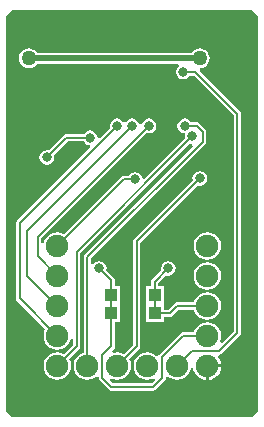
<source format=gbl>
%FSLAX25Y25*%
%MOIN*%
G70*
G01*
G75*
G04 Layer_Physical_Order=2*
G04 Layer_Color=16711680*
%ADD10R,0.07087X0.07480*%
%ADD11R,0.01575X0.05512*%
%ADD12R,0.09055X0.07480*%
%ADD13R,0.05118X0.05118*%
%ADD14R,0.05118X0.05118*%
%ADD15O,0.02362X0.09055*%
%ADD16R,0.03150X0.03150*%
%ADD17R,0.03150X0.03150*%
%ADD18R,0.01181X0.06299*%
%ADD19C,0.00800*%
%ADD20C,0.02000*%
%ADD21C,0.07500*%
%ADD22C,0.03200*%
%ADD23C,0.05000*%
%ADD24R,0.04400X0.04400*%
G36*
X319500Y491500D02*
Y360000D01*
X317500Y358000D01*
X237500D01*
X235500Y360000D01*
Y491500D01*
X237500Y493500D01*
X317500D01*
X319500Y491500D01*
D02*
G37*
%LPC*%
G36*
X302500Y409589D02*
X301312Y409433D01*
X300205Y408974D01*
X299255Y408245D01*
X298526Y407295D01*
X298067Y406188D01*
X297911Y405000D01*
X298067Y403812D01*
X298526Y402705D01*
X299255Y401755D01*
X300205Y401026D01*
X301312Y400567D01*
X302500Y400411D01*
X303688Y400567D01*
X304795Y401026D01*
X305745Y401755D01*
X306474Y402705D01*
X306933Y403812D01*
X307089Y405000D01*
X306933Y406188D01*
X306474Y407295D01*
X305745Y408245D01*
X304795Y408974D01*
X303688Y409433D01*
X302500Y409589D01*
D02*
G37*
G36*
X307225Y374500D02*
X303000D01*
Y370275D01*
X303740Y370372D01*
X304895Y370851D01*
X305888Y371612D01*
X306649Y372604D01*
X307128Y373760D01*
X307225Y374500D01*
D02*
G37*
G36*
X300000Y480829D02*
X299138Y480715D01*
X298336Y480382D01*
X297646Y479854D01*
X297249Y479335D01*
X245751D01*
X245354Y479854D01*
X244664Y480382D01*
X243862Y480715D01*
X243000Y480829D01*
X242139Y480715D01*
X241336Y480382D01*
X240646Y479854D01*
X240118Y479164D01*
X239785Y478362D01*
X239671Y477500D01*
X239785Y476639D01*
X240118Y475836D01*
X240646Y475146D01*
X241336Y474617D01*
X242139Y474285D01*
X243000Y474171D01*
X243862Y474285D01*
X244664Y474617D01*
X245354Y475146D01*
X245751Y475665D01*
X292728D01*
X292971Y474865D01*
X292770Y474730D01*
X292239Y473936D01*
X292053Y473000D01*
X292239Y472064D01*
X292770Y471270D01*
X293564Y470739D01*
X294500Y470553D01*
X295436Y470739D01*
X296230Y471270D01*
X296569Y471776D01*
X297993D01*
X311277Y458493D01*
Y386507D01*
X307245Y382475D01*
X306567Y382928D01*
X306933Y383812D01*
X307089Y385000D01*
X306933Y386188D01*
X306474Y387295D01*
X305745Y388245D01*
X304795Y388974D01*
X303688Y389433D01*
X302500Y389589D01*
X301312Y389433D01*
X300205Y388974D01*
X299255Y388245D01*
X298526Y387295D01*
X298082Y386224D01*
X294500D01*
X294032Y386130D01*
X293873Y386024D01*
X293635Y385865D01*
X286585Y378815D01*
X286460Y378628D01*
X286288Y378536D01*
X285747Y378426D01*
X285506Y378429D01*
X284795Y378974D01*
X283688Y379433D01*
X282500Y379589D01*
X281312Y379433D01*
X280205Y378974D01*
X279255Y378245D01*
X278526Y377295D01*
X278067Y376188D01*
X277911Y375000D01*
X278067Y373812D01*
X278526Y372705D01*
X279255Y371755D01*
X280205Y371026D01*
X281312Y370567D01*
X282500Y370411D01*
X283688Y370567D01*
X284572Y370933D01*
X285025Y370255D01*
X283993Y369223D01*
X271007D01*
X269975Y370255D01*
X270428Y370933D01*
X271312Y370567D01*
X272500Y370411D01*
X273688Y370567D01*
X274795Y371026D01*
X275745Y371755D01*
X276474Y372705D01*
X276933Y373812D01*
X277089Y375000D01*
X276933Y376188D01*
X276489Y377259D01*
X279865Y380635D01*
X280130Y381032D01*
X280223Y381500D01*
Y415993D01*
X299402Y435172D01*
X300000Y435053D01*
X300936Y435239D01*
X301730Y435770D01*
X302261Y436564D01*
X302447Y437500D01*
X302261Y438436D01*
X301730Y439230D01*
X300936Y439761D01*
X300000Y439947D01*
X299064Y439761D01*
X298270Y439230D01*
X297739Y438436D01*
X297553Y437500D01*
X297672Y436902D01*
X278135Y417365D01*
X277870Y416968D01*
X277777Y416500D01*
Y382007D01*
X274759Y378989D01*
X273688Y379433D01*
X272500Y379589D01*
X271312Y379433D01*
X271282Y379420D01*
X270829Y380099D01*
X271365Y380635D01*
X271630Y381032D01*
X271724Y381500D01*
Y389500D01*
X273500D01*
Y395500D01*
Y401500D01*
X271724D01*
Y403500D01*
X271630Y403968D01*
X271365Y404365D01*
X268828Y406902D01*
X268947Y407500D01*
X268761Y408436D01*
X268230Y409230D01*
X267436Y409761D01*
X266500Y409947D01*
X265564Y409761D01*
X264770Y409230D01*
X264524Y408862D01*
X263723Y409104D01*
Y410761D01*
X301865Y448902D01*
X302130Y449299D01*
X302223Y449767D01*
Y453000D01*
X302130Y453468D01*
X301865Y453865D01*
X299865Y455865D01*
X299468Y456130D01*
X299000Y456223D01*
X297069D01*
X296730Y456730D01*
X295936Y457261D01*
X295000Y457447D01*
X294064Y457261D01*
X293270Y456730D01*
X292739Y455936D01*
X292553Y455000D01*
X292739Y454064D01*
X293270Y453270D01*
X294064Y452739D01*
X294528Y452647D01*
X295007Y452505D01*
X295108Y451778D01*
X295053Y451500D01*
X295172Y450902D01*
X281707Y437437D01*
X280839Y437701D01*
X280761Y438094D01*
X280230Y438888D01*
X279436Y439418D01*
X278500Y439605D01*
X277564Y439418D01*
X276770Y438888D01*
X276431Y438381D01*
X274658D01*
X274189Y438288D01*
X273792Y438023D01*
X254759Y418989D01*
X253688Y419433D01*
X252500Y419589D01*
X251312Y419433D01*
X250205Y418974D01*
X249255Y418245D01*
X248526Y417295D01*
X248067Y416188D01*
X248024Y415857D01*
X247223Y415909D01*
Y417493D01*
X282402Y452672D01*
X283000Y452553D01*
X283936Y452739D01*
X284730Y453270D01*
X285261Y454064D01*
X285447Y455000D01*
X285261Y455936D01*
X284730Y456730D01*
X283936Y457261D01*
X283000Y457447D01*
X282064Y457261D01*
X281270Y456730D01*
X280739Y455936D01*
X280658Y455527D01*
X279842D01*
X279761Y455936D01*
X279230Y456730D01*
X278436Y457261D01*
X277500Y457447D01*
X276564Y457261D01*
X275770Y456730D01*
X275451Y456254D01*
X274549D01*
X274230Y456730D01*
X273436Y457261D01*
X272500Y457447D01*
X271564Y457261D01*
X270770Y456730D01*
X270239Y455936D01*
X270053Y455000D01*
X270172Y454402D01*
X266712Y450942D01*
X266598Y450951D01*
X265896Y451258D01*
X265761Y451936D01*
X265230Y452730D01*
X264436Y453261D01*
X263500Y453447D01*
X262564Y453261D01*
X261770Y452730D01*
X261431Y452223D01*
X255500D01*
X255032Y452130D01*
X254635Y451865D01*
X249598Y446828D01*
X249000Y446947D01*
X248064Y446761D01*
X247270Y446230D01*
X246739Y445436D01*
X246553Y444500D01*
X246739Y443564D01*
X247270Y442770D01*
X248064Y442239D01*
X249000Y442053D01*
X249936Y442239D01*
X250730Y442770D01*
X251261Y443564D01*
X251447Y444500D01*
X251328Y445098D01*
X256007Y449777D01*
X261431D01*
X261770Y449270D01*
X262564Y448739D01*
X263243Y448604D01*
X263549Y447902D01*
X263558Y447788D01*
X239135Y423365D01*
X238870Y422968D01*
X238776Y422500D01*
Y397500D01*
X238870Y397032D01*
X239135Y396635D01*
X248511Y387259D01*
X248067Y386188D01*
X247911Y385000D01*
X248067Y383812D01*
X248526Y382705D01*
X249255Y381755D01*
X250205Y381026D01*
X251312Y380567D01*
X252500Y380411D01*
X253688Y380567D01*
X254795Y381026D01*
X255745Y381755D01*
X256474Y382705D01*
X256933Y383812D01*
X256977Y384143D01*
X257776Y384091D01*
Y382007D01*
X254759Y378989D01*
X253688Y379433D01*
X252500Y379589D01*
X251312Y379433D01*
X250205Y378974D01*
X249255Y378245D01*
X248526Y377295D01*
X248067Y376188D01*
X247911Y375000D01*
X248067Y373812D01*
X248526Y372705D01*
X249255Y371755D01*
X250205Y371026D01*
X251312Y370567D01*
X252500Y370411D01*
X253688Y370567D01*
X254795Y371026D01*
X255745Y371755D01*
X256474Y372705D01*
X256933Y373812D01*
X257089Y375000D01*
X256933Y376188D01*
X256489Y377259D01*
X259865Y380635D01*
X260130Y381032D01*
X260224Y381500D01*
Y412493D01*
X296703Y448972D01*
X297302Y448891D01*
X297600Y448098D01*
X261635Y412133D01*
X261370Y411736D01*
X261277Y411267D01*
Y379418D01*
X260205Y378974D01*
X259255Y378245D01*
X258526Y377295D01*
X258067Y376188D01*
X257911Y375000D01*
X258067Y373812D01*
X258526Y372705D01*
X259255Y371755D01*
X260205Y371026D01*
X261312Y370567D01*
X262500Y370411D01*
X263688Y370567D01*
X264795Y371026D01*
X265476Y371549D01*
X266277Y371197D01*
Y371000D01*
X266370Y370532D01*
X266635Y370135D01*
X269635Y367135D01*
X270032Y366870D01*
X270500Y366776D01*
X284500D01*
X284968Y366870D01*
X285365Y367135D01*
X288315Y370085D01*
X288580Y370482D01*
X288673Y370950D01*
Y371284D01*
X289474Y371587D01*
X290205Y371026D01*
X291312Y370567D01*
X292500Y370411D01*
X293688Y370567D01*
X294795Y371026D01*
X295745Y371755D01*
X296474Y372705D01*
X296933Y373812D01*
X296996Y374289D01*
X297803D01*
X297872Y373760D01*
X298351Y372604D01*
X299112Y371612D01*
X300104Y370851D01*
X301260Y370372D01*
X302000Y370275D01*
Y375000D01*
X302500D01*
Y375500D01*
X307225D01*
X307128Y376240D01*
X306649Y377396D01*
X306203Y377976D01*
X306415Y378546D01*
X306585Y378793D01*
X306968Y378870D01*
X307365Y379135D01*
X313365Y385135D01*
X313630Y385532D01*
X313723Y386000D01*
Y459000D01*
X313630Y459468D01*
X313365Y459865D01*
X299845Y473385D01*
X299917Y473749D01*
X300168Y474194D01*
X300862Y474285D01*
X301664Y474617D01*
X302354Y475146D01*
X302883Y475836D01*
X303215Y476639D01*
X303328Y477500D01*
X303215Y478362D01*
X302883Y479164D01*
X302354Y479854D01*
X301664Y480382D01*
X300862Y480715D01*
X300000Y480829D01*
D02*
G37*
G36*
X302500Y419589D02*
X301312Y419433D01*
X300205Y418974D01*
X299255Y418245D01*
X298526Y417295D01*
X298067Y416188D01*
X297911Y415000D01*
X298067Y413812D01*
X298526Y412705D01*
X299255Y411755D01*
X300205Y411026D01*
X301312Y410567D01*
X302500Y410411D01*
X303688Y410567D01*
X304795Y411026D01*
X305745Y411755D01*
X306474Y412705D01*
X306933Y413812D01*
X307089Y415000D01*
X306933Y416188D01*
X306474Y417295D01*
X305745Y418245D01*
X304795Y418974D01*
X303688Y419433D01*
X302500Y419589D01*
D02*
G37*
G36*
X289500Y409947D02*
X288564Y409761D01*
X287770Y409230D01*
X287239Y408436D01*
X287053Y407500D01*
X287172Y406902D01*
X284135Y403865D01*
X283870Y403468D01*
X283776Y403000D01*
Y401500D01*
X282000D01*
Y395500D01*
Y389500D01*
X288000D01*
Y391277D01*
X290000D01*
X290468Y391370D01*
X290865Y391635D01*
X293007Y393776D01*
X298082D01*
X298526Y392705D01*
X299255Y391755D01*
X300205Y391026D01*
X301312Y390567D01*
X302500Y390411D01*
X303688Y390567D01*
X304795Y391026D01*
X305745Y391755D01*
X306474Y392705D01*
X306933Y393812D01*
X307089Y395000D01*
X306933Y396188D01*
X306474Y397295D01*
X305745Y398245D01*
X304795Y398974D01*
X303688Y399433D01*
X302500Y399589D01*
X301312Y399433D01*
X300205Y398974D01*
X299255Y398245D01*
X298526Y397295D01*
X298082Y396223D01*
X292500D01*
X292032Y396130D01*
X291635Y395865D01*
X289493Y393724D01*
X288000D01*
Y395500D01*
Y401500D01*
X286224D01*
Y402493D01*
X288902Y405172D01*
X289500Y405053D01*
X290436Y405239D01*
X291230Y405770D01*
X291761Y406564D01*
X291947Y407500D01*
X291761Y408436D01*
X291230Y409230D01*
X290436Y409761D01*
X289500Y409947D01*
D02*
G37*
%LPD*%
D19*
X255500Y451000D02*
X263500D01*
X240000Y422500D02*
X272500Y455000D01*
X294500Y473000D02*
X298500D01*
X294500Y385000D02*
X302500D01*
X287450Y377950D02*
X294500Y385000D01*
X287450Y370950D02*
Y377950D01*
X298500Y473000D02*
X312500Y459000D01*
X292500Y375000D02*
X297500Y380000D01*
X279000Y416500D02*
X300000Y437500D01*
X272500Y375000D02*
X279000Y381500D01*
X240000Y397500D02*
X252500Y385000D01*
X240000Y397500D02*
Y422500D01*
X242500Y405000D02*
X252500Y395000D01*
X246000Y411500D02*
X252500Y405000D01*
X274658Y437157D02*
X278500D01*
X252500Y415000D02*
X274658Y437157D01*
X252500Y375000D02*
X259000Y381500D01*
Y413000D01*
X242500Y405000D02*
Y420000D01*
X277500Y455000D01*
X246000Y411500D02*
Y418000D01*
X283000Y455000D01*
X262500Y375000D02*
Y411267D01*
X259000Y413000D02*
X297500Y451500D01*
X262500Y411267D02*
X301000Y449767D01*
X299000Y455000D02*
X301000Y453000D01*
Y449767D02*
Y453000D01*
X295000Y455000D02*
X299000D01*
X270500Y398500D02*
Y403500D01*
X266500Y407500D02*
X270500Y403500D01*
X285000Y398500D02*
Y403000D01*
X289500Y407500D01*
X285000Y392500D02*
X290000D01*
X279000Y381500D02*
Y416500D01*
X290000Y392500D02*
X292500Y395000D01*
X302500D01*
X270500Y381500D02*
Y392500D01*
X267500Y378500D02*
X270500Y381500D01*
X267500Y371000D02*
X270500Y368000D01*
X267500Y371000D02*
Y378500D01*
X270500Y368000D02*
X284500D01*
X287450Y370950D01*
X297500Y380000D02*
X306500D01*
X312500Y386000D01*
Y459000D01*
X270500Y392500D02*
Y398500D01*
X285000Y392500D02*
Y398500D01*
X249000Y444500D02*
X255500Y451000D01*
D20*
X244000Y477500D02*
X300000D01*
X243500Y478000D02*
X244000Y477500D01*
X243000D02*
X243500Y478000D01*
D21*
X292500Y375000D02*
D03*
X282500D02*
D03*
X262500D02*
D03*
X252500D02*
D03*
X272500D02*
D03*
X302500D02*
D03*
X252500Y405000D02*
D03*
Y385000D02*
D03*
Y395000D02*
D03*
Y415000D02*
D03*
X302500Y395000D02*
D03*
Y415000D02*
D03*
Y405000D02*
D03*
Y385000D02*
D03*
D22*
X263500Y451000D02*
D03*
X306000Y450500D02*
D03*
X308500Y421500D02*
D03*
X289000Y386000D02*
D03*
X241000Y381000D02*
D03*
X280000Y445000D02*
D03*
X289000Y453000D02*
D03*
X242500Y488000D02*
D03*
X315000Y475000D02*
D03*
X312000Y490000D02*
D03*
X317000Y455000D02*
D03*
X316000Y419000D02*
D03*
X317000Y400000D02*
D03*
X316000Y379500D02*
D03*
X297500Y365000D02*
D03*
X267500Y360500D02*
D03*
X241000Y363500D02*
D03*
X294500Y473000D02*
D03*
X300000Y437500D02*
D03*
X272500Y455000D02*
D03*
X278500Y437157D02*
D03*
X266500Y407500D02*
D03*
X289500D02*
D03*
X277500Y455000D02*
D03*
X283000D02*
D03*
X297500Y451500D02*
D03*
X295000Y455000D02*
D03*
X249000Y444500D02*
D03*
D23*
X300000Y477500D02*
D03*
X243000D02*
D03*
D24*
X270500Y392500D02*
D03*
Y398500D02*
D03*
X285000Y392500D02*
D03*
Y398500D02*
D03*
M02*

</source>
